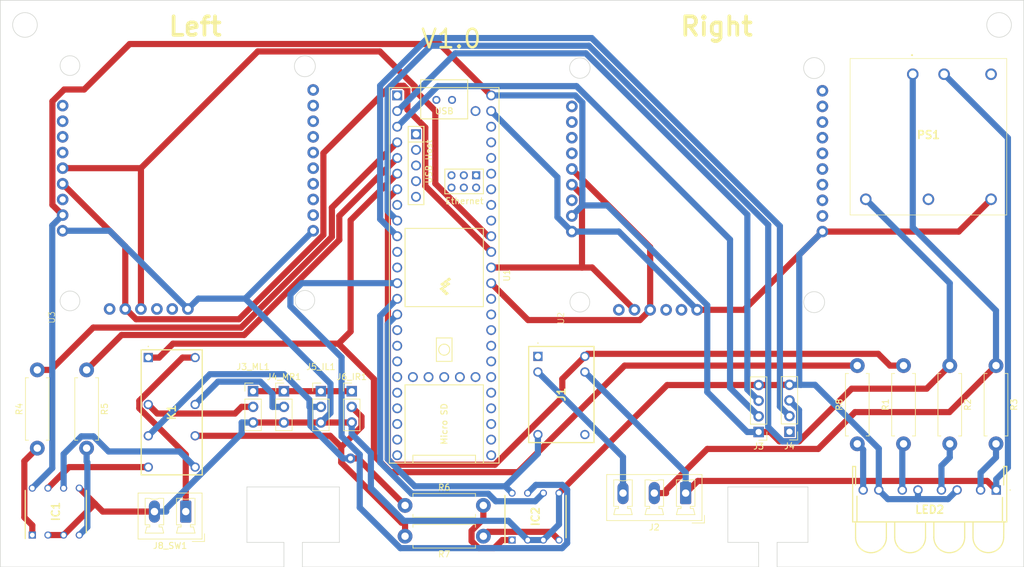
<source format=kicad_pcb>
(kicad_pcb (version 20221018) (generator pcbnew)
  (title_block (title "AGV Control Board") (date "2024-06-30") (rev "V1.0"))
  (layers (0 "F.Cu" signal) (31 "B.Cu" signal) (34 "B.Paste" user) (35 "F.Paste" user) (36 "B.SilkS" user "B.Silkscreen") (37 "F.SilkS" user "F.Silkscreen") (38 "B.Mask" user) (39 "F.Mask" user) (44 "Edge.Cuts" user))
  (net 0 "")
  (net 1 "Net-(IC1-VF1+)")
  (net 2 "COM")
  (net 3 "Net-(IC1-VF2+)")
  (net 4 "Net-(IC1-V02)")
  (net 5 "Net-(IC1-V01)")
  (net 6 "5VDC")
  (net 7 "Net-(IC2-VF1+)")
  (net 8 "Net-(IC2-VF2+)")
  (net 9 "Net-(IC2-V02)")
  (net 10 "Net-(IC2-V01)")
  (net 11 "3.3V")
  (net 13 "Net-(J1-COIL_1)")
  (net 15 "12COM")
  (net 16 "Net-(J1-NO)")
  (net 17 "12VDC")
  (net 18 "TX1")
  (net 19 "RX1")
  (net 20 "Net-(J3_ML1-Pin_1)")
  (net 21 "Net-(J3_ML1-Pin_2)")
  (net 23 "TX2")
  (net 24 "RX2")
  (net 25 "Net-(J4_MR1-Pin_2)")
  (net 26 "Net-(J5_IL1-Pin_2)")
  (net 27 "Net-(J6_IR1-Pin_2)")
  (net 28 "Net-(J8_SW1-Pin_1)")
  (net 29 "Net-(K1-COIL_1)")
  (net 30 "Net-(LED2-A_GREEN_1)")
  (net 31 "Net-(LED2-A_GREEN_2)")
  (net 32 "Net-(LED2-A_GREEN_3)")
  (net 33 "Net-(LED2-A_GREEN_4)")
  (net 36 "Net-(U1-2_OUT2)")
  (net 37 "Net-(U1-3_LRCLK2)")
  (net 51 "Net-(U1-17_A3_TX4_SDA1)")
  (net 52 "Net-(U1-16_A2_RX4_SCL1)")
  (net 53 "Net-(U1-15_A1_RX3_SPDIF_IN)")
  (net 54 "Net-(U1-14_A0_TX3_SPDIF_OUT)")
  (footprint "Connector_PinHeader_2.54mm:PinHeader_1x04_P2.54mm_Vertical" (layer "F.Cu") (at 153 108.08 180)
    (fp_text reference "J3")
    (fp_text value "Radio")
  )
  (footprint "SamacSys:5501307004F" (layer "F.Cu") (at 191.54 117.5)
    (fp_text reference "LED2")
    (fp_text value "550-1307-004F" hide)
  )
  (footprint "Resistor_THT:R_Axial_DIN0411_L9.9mm_D3.6mm_P12.70mm_Horizontal" (layer "F.Cu") (at 176.5 110 90)
    (fp_text reference "R1")
    (fp_text value "750")
  )
  (footprint "SamacSys:THL152411WI" (layer "F.Cu") (at 178 50)
    (fp_text reference "PS1")
    (fp_text value "THL_15-2411WI" hide)
  )
  (footprint "SamacSys:DIP762W56P254L966H508Q8N" (layer "F.Cu") (at 116.81 121.81 90)
    (fp_text reference "IC2")
    (fp_text value "HCPL2731M" hide)
  )
  (footprint "Connector_Phoenix_MC_HighVoltage:PhoenixContact_MCV_1,5_3-G-5.08_1x03_P5.08mm_Vertical" (layer "F.Cu") (at 141.16 118 180)
    (fp_text reference "J2")
    (fp_text value "PWR")
  )
  (footprint "Resistor_THT:R_Axial_DIN0411_L9.9mm_D3.6mm_P12.70mm_Horizontal" (layer "F.Cu") (at 108.35 125 180)
    (fp_text reference "R7")
    (fp_text value "174")
  )
  (footprint "Teensy:Teensy41" (layer "F.Cu") (at 102 82.65 -90)
    (fp_text reference "U1")
    (fp_text value "Teensy4.1")
  )
  (footprint "SamacSys:SR113V2002C" (layer "F.Cu") (at 54 96 -90)
    (fp_text reference "K1")
    (fp_text value "SR11-3V-200-2C" hide)
  )
  (footprint "Resistor_THT:R_Axial_DIN0411_L9.9mm_D3.6mm_P12.70mm_Horizontal" (layer "F.Cu") (at 36 110.7 90)
    (fp_text reference "R4")
    (fp_text value "90")
  )
  (footprint "Resistor_THT:R_Axial_DIN0411_L9.9mm_D3.6mm_P12.70mm_Horizontal" (layer "F.Cu") (at 44 98 -90)
    (fp_text reference "R5")
    (fp_text value "90")
  )
  (footprint "SamacSys:DIP762W56P254L966H508Q8N" (layer "F.Cu") (at 39 121 90)
    (fp_text reference "IC1")
    (fp_text value "HCPL2731M" hide)
  )
  (footprint "Connector_Phoenix_MC_HighVoltage:PhoenixContact_MCV_1,5_2-G-5.08_1x02_P5.08mm_Vertical" (layer "F.Cu") (at 60.08 121 180)
    (fp_text reference "J8_SW1")
    (fp_text value "Auto_SW")
  )
  (footprint "boards:Sparkfun GPS-RTK" (layer "F.Cu") (at 121.4342 89.6166 90)
    (fp_text reference "U2")
    (fp_text value "~")
  )
  (footprint "Connector_PinHeader_2.54mm:PinHeader_1x03_P2.54mm_Vertical" (layer "F.Cu") (at 71 101.46)
    (fp_text reference "J3_ML1")
    (fp_text value "Motor Left")
  )
  (footprint "Connector_PinHeader_2.54mm:PinHeader_1x03_P2.54mm_Vertical" (layer "F.Cu") (at 82 101.46)
    (fp_text reference "J5_IL1")
    (fp_text value "Input Left")
  )
  (footprint "Connector_PinHeader_2.54mm:PinHeader_1x03_P2.54mm_Vertical" (layer "F.Cu") (at 76 101.46)
    (fp_text reference "J4_MR1")
    (fp_text value "Motor Right")
  )
  (footprint "Connector_PinHeader_2.54mm:PinHeader_1x04_P2.54mm_Vertical" (layer "F.Cu") (at 158 108.04 180)
    (fp_text reference "J4")
    (fp_text value "IMU")
  )
  (footprint "Resistor_THT:R_Axial_DIN0411_L9.9mm_D3.6mm_P12.70mm_Horizontal" (layer "F.Cu") (at 191.5 97.3 -90)
    (fp_text reference "R3")
    (fp_text value "6.19K")
  )
  (footprint "Resistor_THT:R_Axial_DIN0411_L9.9mm_D3.6mm_P12.70mm_Horizontal" (layer "F.Cu") (at 184 97.3 -90)
    (fp_text reference "R2")
    (fp_text value "1.6K")
  )
  (footprint "Resistor_THT:R_Axial_DIN0411_L9.9mm_D3.6mm_P12.70mm_Horizontal" (layer "F.Cu") (at 95.65 120)
    (fp_text reference "R6")
    (fp_text value "174")
  )
  (footprint "SamacSys:SR512V2001C" (layer "F.Cu") (at 117.2 95.8 -90)
    (fp_text reference "J1")
    (fp_text value "SR5-12V-200-1C" hide)
  )
  (footprint "Resistor_THT:R_Axial_DIN0411_L9.9mm_D3.6mm_P12.70mm_Horizontal" (layer "F.Cu") (at 169 110 90)
    (fp_text reference "R8")
    (fp_text value "750")
  )
  (footprint "Connector_PinHeader_2.54mm:PinHeader_1x03_P2.54mm_Vertical" (layer "F.Cu") (at 87 101.46)
    (fp_text reference "J6_IR1")
    (fp_text value "Input Right")
  )
  (footprint "boards:Sparkfun GPS-RTK" (layer "F.Cu") (at 38.84 89.4816 90)
    (fp_text reference "U3")
    (fp_text value "~")
  )
  (gr_line (start 153 126) (end 153 130) (stroke (width 0.1)) (layer "Edge.Cuts"))
  (gr_circle (center 124 87) (end 123.9 85.4) (stroke (width 0.1)) (fill none) (layer "Edge.Cuts"))
  (gr_line (start 156 130) (end 156 126) (stroke (width 0.1)) (layer "Edge.Cuts"))
  (gr_circle (center 79.4 86.7) (end 79.4 85.1) (stroke (width 0.1)) (fill none) (layer "Edge.Cuts"))
  (gr_line (start 153 130) (end 79 130) (stroke (width 0.1)) (layer "Edge.Cuts"))
  (gr_line (start 148 126) (end 153 126) (stroke (width 0.1)) (layer "Edge.Cuts"))
  (gr_circle (center 41.3 86.8) (end 41.2 85.2) (stroke (width 0.1)) (fill none) (layer "Edge.Cuts"))
  (gr_line (start 196 130) (end 156 130) (stroke (width 0.1)) (layer "Edge.Cuts"))
  (gr_circle (center 124 49) (end 124.9 47.6) (stroke (width 0.1)) (fill none) (layer "Edge.Cuts"))
  (gr_line (start 79 126) (end 85 126) (stroke (width 0.1)) (layer "Edge.Cuts"))
  (gr_line (start 161 117) (end 148 117) (stroke (width 0.1)) (layer "Edge.Cuts"))
  (gr_line (start 85 126) (end 85 117) (stroke (width 0.1)) (layer "Edge.Cuts"))
  (gr_circle (center 79.4 48.7) (end 79.4 47) (stroke (width 0.1)) (fill none) (layer "Edge.Cuts"))
  (gr_line (start 30 38) (end 196 38) (stroke (width 0.1)) (layer "Edge.Cuts"))
  (gr_line (start 70 117) (end 70 126) (stroke (width 0.1)) (layer "Edge.Cuts"))
  (gr_line (start 70 126) (end 76 126) (stroke (width 0.1)) (layer "Edge.Cuts"))
  (gr_line (start 76 126) (end 76 130) (stroke (width 0.1)) (layer "Edge.Cuts"))
  (gr_circle (center 41.3 48.6) (end 41.3 47) (stroke (width 0.1)) (fill none) (layer "Edge.Cuts"))
  (gr_circle (center 192 42) (end 194 42) (stroke (width 0.1)) (fill none) (layer "Edge.Cuts"))
  (gr_line (start 156 126) (end 161 126) (stroke (width 0.1)) (layer "Edge.Cuts"))
  (gr_line (start 30 130) (end 30 38) (stroke (width 0.1)) (layer "Edge.Cuts"))
  (gr_line (start 79 130) (end 79 126) (stroke (width 0.1)) (layer "Edge.Cuts"))
  (gr_line (start 85 117) (end 70 117) (stroke (width 0.1)) (layer "Edge.Cuts"))
  (gr_line (start 196 38) (end 196 130) (stroke (width 0.1)) (layer "Edge.Cuts"))
  (gr_circle (center 34 42) (end 32 42) (stroke (width 0.1)) (fill none) (layer "Edge.Cuts"))
  (gr_line (start 76 130) (end 30 130) (stroke (width 0.1)) (layer "Edge.Cuts"))
  (gr_line (start 161 126) (end 161 117) (stroke (width 0.1)) (layer "Edge.Cuts"))
  (gr_line (start 148 117) (end 148 126) (stroke (width 0.1)) (layer "Edge.Cuts"))
  (gr_circle (center 162 49) (end 162 47.3) (stroke (width 0.1)) (fill none) (layer "Edge.Cuts"))
  (gr_circle (center 162 87) (end 162 85.3) (stroke (width 0.1)) (fill none) (layer "Edge.Cuts"))
  (gr_text "Right" (at 140 44) (layer "F.SilkS") (effects (font (size 3 3) (thickness 0.6) bold) (justify left bottom)))
  (gr_text "V1.0" (at 98 46) (layer "F.SilkS") (effects (font (size 3 3) (thickness 0.4) bold) (justify left bottom)))
  (gr_text "Left" (at 57 44) (layer "F.SilkS") (effects (font (size 3 3) (thickness 0.6) bold) (justify left bottom)))
  (segment (start 33.8992 121.9392) (end 33.8992 112.8008) (width 1) (layer "F.Cu") (net 1))
  (segment (start 33.8992 112.8008) (end 36 110.7) (width 1) (layer "F.Cu") (net 1))
  (segment (start 35.19 123.23) (end 33.8992 121.9392) (width 1) (layer "F.Cu") (net 1))
  (segment (start 35.19 124.81) (end 35.19 123.23) (width 1) (layer "F.Cu") (net 1))
  (segment (start 163.3442 75.545) (end 150.6442 88.245) (width 1) (layer "F.Cu") (net 2))
  (segment (start 40.27 124.81) (end 37.73 124.81) (width 1) (layer "F.Cu") (net 2))
  (segment (start 45.35 119.73) (end 40.27 124.81) (width 1) (layer "F.Cu") (net 2))
  (segment (start 120.62 118) (end 138.16 100.46) (width 1) (layer "F.Cu") (net 2))
  (segment (start 76 106.54) (end 71 106.54) (width 1) (layer "F.Cu") (net 2))
  (segment (start 185.455 75.545) (end 163.3442 75.545) (width 1) (layer "F.Cu") (net 2))
  (segment (start 150.6442 88.245) (end 143.0242 88.245) (width 1) (layer "F.Cu") (net 2))
  (segment (start 158 100.42) (end 156.15 100.42) (width 1) (layer "F.Cu") (net 2))
  (segment (start 190.7 70.3) (end 185.455 75.545) (width 1) (layer "F.Cu") (net 2))
  (segment (start 55 121) (end 46.62 121) (width 1) (layer "F.Cu") (net 2))
  (segment (start 45.35 119.73) (end 42.81 117.19) (width 1) (layer "F.Cu") (net 2))
  (segment (start 46.62 121) (end 45.35 119.73) (width 1) (layer "F.Cu") (net 2))
  (segment (start 87 106.54) (end 82 106.54) (width 1) (layer "F.Cu") (net 2))
  (segment (start 156.11 100.46) (end 156.15 100.42) (width 1) (layer "F.Cu") (net 2))
  (segment (start 153 100.46) (end 156.11 100.46) (width 1) (layer "F.Cu") (net 2))
  (segment (start 82 106.54) (end 76 106.54) (width 1) (layer "F.Cu") (net 2))
  (segment (start 138.16 100.46) (end 153 100.46) (width 1) (layer "F.Cu") (net 2))
  (segment (start 122.7042 75.545) (end 120.3652 73.206) (width 1) (layer "B.Cu") (net 2))
  (segment (start 55 121) (end 56.9 121) (width 1) (layer "B.Cu") (net 2))
  (segment (start 62.1141 86.4259) (end 60.43 88.11) (width 1) (layer "B.Cu") (net 2))
  (segment (start 83.5519 104.9881) (end 83.5519 100.2437) (width 1) (layer "B.Cu") (net 2))
  (segment (start 162.1357 100.42) (end 172.49 110.7743) (width 1) (layer "B.Cu") (net 2))
  (segment (start 120.3652 73.206) (end 120.3652 66.7252) (width 1) (layer "B.Cu") (net 2))
  (segment (start 95.4387 122.5) (end 90.1057 117.167) (width 1) (layer "B.Cu") (net 2))
  (segment (start 90.1057 117.167) (end 90.1057 111.4957) (width 1) (layer "B.Cu") (net 2))
  (segment (start 56.9 120.5437) (end 56.9 121) (width 1) (layer "B.Cu") (net 2))
  (segment (start 112.42 122.5) (end 95.4387 122.5) (width 1) (layer "B.Cu") (net 2))
  (segment (start 69.7341 86.4259) (end 80.75 75.41) (width 1) (layer "B.Cu") (net 2))
  (segment (start 83.5519 100.2437) (end 69.7341 86.4259) (width 1) (layer "B.Cu") (net 2))
  (segment (start 82 106.54) (end 83.5519 104.9881) (width 1) (layer "B.Cu") (net 2))
  (segment (start 159.5866 100.1566) (end 159.5866 79.3026) (width 1) (layer "B.Cu") (net 2))
  (segment (start 69.7341 86.4259) (end 62.1141 86.4259) (width 1) (layer "B.Cu") (net 2))
  (segment (start 69.15 108.2937) (end 56.9 120.5437) (width 1) (layer "B.Cu") (net 2))
  (segment (start 172.49 110.7743) (end 172.49 117.5) (width 1) (layer "B.Cu") (net 2))
  (segment (start 178.84 118.9838) (end 173.9738 118.9838) (width 1) (layer "B.Cu") (net 2))
  (segment (start 183.7062 118.9838) (end 178.84 118.9838) (width 1) (layer "B.Cu") (net 2))
  (segment (start 130.3242 75.545) (end 143.0242 88.245) (width 1) (layer "B.Cu") (net 2))
  (segment (start 159.85 100.42) (end 162.1357 100.42) (width 1) (layer "B.Cu") (net 2))
  (segment (start 120.3652 66.7252) (end 109.62 55.98) (width 1) (layer "B.Cu") (net 2))
  (segment (start 122.7042 75.545) (end 130.3242 75.545) (width 1) (layer "B.Cu") (net 2))
  (segment (start 158 100.42) (end 159.85 100.42) (width 1) (layer "B.Cu") (net 2))
  (segment (start 47.73 75.41) (end 40.11 75.41) (width 1) (layer "B.Cu") (net 2))
  (segment (start 60.43 88.11) (end 47.73 75.41) (width 1) (layer "B.Cu") (net 2))
  (segment (start 120.62 123.08) (end 118.08 125.62) (width 1) (layer "B.Cu") (net 2))
  (segment (start 71 106.54) (end 69.15 106.54) (width 1) (layer "B.Cu") (net 2))
  (segment (start 159.5866 79.3026) (end 163.3442 75.545) (width 1) (layer "B.Cu") (net 2))
  (segment (start 118.08 125.62) (end 115.54 125.62) (width 1) (layer "B.Cu") (net 2))
  (segment (start 178.84 118.9838) (end 178.84 117.5) (width 1) (layer "B.Cu") (net 2))
  (segment (start 115.54 125.62) (end 112.42 122.5) (width 1) (layer "B.Cu") (net 2))
  (segment (start 159.85 100.42) (end 159.5866 100.1566) (width 1) (layer "B.Cu") (net 2))
  (segment (start 69.15 106.54) (end 69.15 108.2937) (width 1) (layer "B.Cu") (net 2))
  (segment (start 90.1057 111.4957) (end 87 108.39) (width 1) (layer "B.Cu") (net 2))
  (segment (start 185.19 117.5) (end 183.7062 118.9838) (width 1) (layer "B.Cu") (net 2))
  (segment (start 87 106.54) (end 87 108.39) (width 1) (layer "B.Cu") (net 2))
  (segment (start 173.9738 118.9838) (end 172.49 117.5) (width 1) (layer "B.Cu") (net 2))
  (segment (start 120.62 118) (end 120.62 123.08) (width 1) (layer "B.Cu") (net 2))
  (segment (start 44.1207 123.4993) (end 44.1207 113.0207) (width 1) (layer "B.Cu") (net 3))
  (segment (start 42.81 124.81) (end 44.1207 123.4993) (width 1) (layer "B.Cu") (net 3))
  (segment (start 44.1207 113.0207) (end 44 112.9) (width 1) (layer "B.Cu") (net 3))
  (segment (start 44 110.7) (end 44 112.9) (width 1) (layer "B.Cu") (net 3))
  (segment (start 43.1443 108.7909) (end 45.111 108.7909) (width 1) (layer "B.Cu") (net 4))
  (segment (start 40.27 111.6652) (end 43.1443 108.7909) (width 1) (layer "B.Cu") (net 4))
  (segment (start 40.27 117.19) (end 40.27 111.6652) (width 1) (layer "B.Cu") (net 4))
  (segment (start 45.111 108.7909) (end 47.5601 111.24) (width 1) (layer "B.Cu") (net 4))
  (segment (start 47.5601 111.24) (end 59.06 111.24) (width 1) (layer "B.Cu") (net 4))
  (segment (start 59.06 111.24) (end 61.6 113.78) (width 1) (layer "B.Cu") (net 4))
  (segment (start 41.14 113.78) (end 37.73 117.19) (width 1) (layer "F.Cu") (net 5))
  (segment (start 54 113.78) (end 41.14 113.78) (width 1) (layer "F.Cu") (net 5))
  (segment (start 101.2765 45.0965) (end 109.62 53.44) (width 1) (layer "F.Cu") (net 6))
  (segment (start 38.4501 54.3984) (end 40.3681 52.4804) (width 1) (layer "F.Cu") (net 6))
  (segment (start 180.2548 101.0452) (end 184 97.3) (width 1) (layer "F.Cu") (net 6))
  (segment (start 156.3619 109.5919) (end 159.5489 109.5919) (width 1) (layer "F.Cu") (net 6))
  (segment (start 40.3681 52.4804) (end 43.6004 52.4804) (width 1) (layer "F.Cu") (net 6))
  (segment (start 43.6004 52.4804) (end 50.9843 45.0965) (width 1) (layer "F.Cu") (net 6))
  (segment (start 154.85 108.08) (end 156.3619 109.5919) (width 1) (layer "F.Cu") (net 6))
  (segment (start 153 108.08) (end 154.85 108.08) (width 1) (layer "F.Cu") (net 6))
  (segment (start 159.5489 109.5919) (end 168.0956 101.0452) (width 1) (layer "F.Cu") (net 6))
  (segment (start 38.4501 71.2101) (end 38.4501 54.3984) (width 1) (layer "F.Cu") (net 6))
  (segment (start 40.11 72.87) (end 38.4501 71.2101) (width 1) (layer "F.Cu") (net 6))
  (segment (start 168.0956 101.0452) (end 180.2548 101.0452) (width 1) (layer "F.Cu") (net 6))
  (segment (start 50.9843 45.0965) (end 101.2765 45.0965) (width 1) (layer "F.Cu") (net 6))
  (segment (start 38.4254 113.9546) (end 35.19 117.19) (width 1) (layer "B.Cu") (net 6))
  (segment (start 128.4637 71.3012) (end 144.6659 87.5034) (width 1) (layer "B.Cu") (net 6))
  (segment (start 40.11 72.87) (end 38.4254 74.5546) (width 1) (layer "B.Cu") (net 6))
  (segment (start 144.6659 87.5034) (end 144.6659 101.5959) (width 1) (layer "B.Cu") (net 6))
  (segment (start 184 97.3) (end 184 83.92) (width 1) (layer "B.Cu") (net 6))
  (segment (start 123.257 53.44) (end 124.408 54.591) (width 1) (layer "B.Cu") (net 6))
  (segment (start 124.408 54.591) (end 124.408 71.3012) (width 1) (layer "B.Cu") (net 6))
  (segment (start 109.62 53.44) (end 123.257 53.44) (width 1) (layer "B.Cu") (net 6))
  (segment (start 153 108.08) (end 151.15 108.08) (width 1) (layer "B.Cu") (net 6))
  (segment (start 144.6659 101.5959) (end 151.15 108.08) (width 1) (layer "B.Cu") (net 6))
  (segment (start 38.4254 74.5546) (end 38.4254 113.9546) (width 1) (layer "B.Cu") (net 6))
  (segment (start 184 83.92) (end 170.38 70.3) (width 1) (layer "B.Cu") (net 6))
  (segment (start 124.408 71.3012) (end 122.7042 73.005) (width 1) (layer "B.Cu") (net 6))
  (segment (start 124.408 71.3012) (end 128.4637 71.3012) (width 1) (layer "B.Cu") (net 6))
  (segment (start 106.4375 124.1125) (end 108.35 122.2) (width 1) (layer "F.Cu") (net 7))
  (segment (start 106.4375 125.7838) (end 106.4375 124.1125) (width 1) (layer "F.Cu") (net 7))
  (segment (start 111.42 125.62) (end 110.124 126.916) (width 1) (layer "F.Cu") (net 7))
  (segment (start 110.124 126.916) (end 107.5697 126.916) (width 1) (layer "F.Cu") (net 7))
  (segment (start 108.35 120) (end 108.35 122.2) (width 1) (layer "F.Cu") (net 7))
  (segment (start 113 125.62) (end 111.42 125.62) (width 1) (layer "F.Cu") (net 7))
  (segment (start 107.5697 126.916) (end 106.4375 125.7838) (width 1) (layer "F.Cu") (net 7))
  (segment (start 120.62 125.62) (end 119.2892 124.2892) (width 1) (layer "F.Cu") (net 8))
  (segment (start 109.0608 124.2892) (end 108.35 125) (width 1) (layer "F.Cu") (net 8))
  (segment (start 119.2892 124.2892) (end 109.0608 124.2892) (width 1) (layer "F.Cu") (net 8))
  (segment (start 110.3639 119.3242) (end 116.7558 119.3242) (width 1) (layer "B.Cu") (net 9))
  (segment (start 116.7558 119.3242) (end 118.08 118) (width 1) (layer "B.Cu") (net 9))
  (segment (start 96.7156 118.0981) (end 109.1378 118.0981) (width 1) (layer "B.Cu") (net 9))
  (segment (start 94.38 86.46) (end 91.619 89.221) (width 1) (layer "B.Cu") (net 9))
  (segment (start 109.1378 118.0981) (end 110.3639 119.3242) (width 1) (layer "B.Cu") (net 9))
  (segment (start 91.619 113.0015) (end 96.7156 118.0981) (width 1) (layer "B.Cu") (net 9))
  (segment (start 91.619 89.221) (end 91.619 113.0015) (width 1) (layer "B.Cu") (net 9))
  (segment (start 85.3539 95.96) (end 77.0525 87.6586) (width 1) (layer "B.Cu") (net 10))
  (segment (start 116.8701 116.6699) (end 121.1597 116.6699) (width 1) (layer "B.Cu") (net 10))
  (segment (start 77.0525 85.7697) (end 78.9022 83.92) (width 1) (layer "B.Cu") (net 10))
  (segment (start 121.9414 117.4516) (end 121.9414 126.1115) (width 1) (layer "B.Cu") (net 10))
  (segment (start 85.3539 108.7997) (end 85.3539 95.96) (width 1) (layer "B.Cu") (net 10))
  (segment (start 88.299 111.7448) (end 85.3539 108.7997) (width 1) (layer "B.Cu") (net 10))
  (segment (start 121.116 126.9369) (end 94.8859 126.9369) (width 1) (layer "B.Cu") (net 10))
  (segment (start 94.8859 126.9369) (end 88.299 120.35) (width 1) (layer "B.Cu") (net 10))
  (segment (start 115.54 118) (end 116.8701 116.6699) (width 1) (layer "B.Cu") (net 10))
  (segment (start 121.1597 116.6699) (end 121.9414 117.4516) (width 1) (layer "B.Cu") (net 10))
  (segment (start 78.9022 83.92) (end 94.38 83.92) (width 1) (layer "B.Cu") (net 10))
  (segment (start 77.0525 87.6586) (end 77.0525 85.7697) (width 1) (layer "B.Cu") (net 10))
  (segment (start 88.299 120.35) (end 88.299 111.7448) (width 1) (layer "B.Cu") (net 10))
  (segment (start 121.9414 126.1115) (end 121.116 126.9369) (width 1) (layer "B.Cu") (net 10))
  (segment (start 117.2 111.5924) (end 111.8962 116.8962) (width 1) (layer "B.Cu") (net 11))
  (segment (start 92.8392 112.4902) (end 92.8392 90.5408) (width 1) (layer "B.Cu") (net 11))
  (segment (start 117.2 108.5) (end 117.2 111.5924) (width 1) (layer "B.Cu") (net 11))
  (segment (start 92.8392 90.5408) (end 94.38 89) (width 1) (layer "B.Cu") (net 11))
  (segment (start 111.8962 116.8962) (end 97.2452 116.8962) (width 1) (layer "B.Cu") (net 11))
  (segment (start 97.2452 116.8962) (end 92.8392 112.4902) (width 1) (layer "B.Cu") (net 11))
  (segment (start 113 118) (end 111.8962 116.8962) (width 1) (layer "B.Cu") (net 11))
  (segment (start 117.2 98.34) (end 131 112.14) (width 1) (layer "B.Cu") (net 13))
  (segment (start 131 112.14) (end 131 118) (width 1) (layer "B.Cu") (net 13))
  (segment (start 190.0702 116.0302) (end 143.1298 116.0302) (width 1) (layer "F.Cu") (net 15))
  (segment (start 191.54 117.5) (end 190.0702 116.0302) (width 1) (layer "F.Cu") (net 15))
  (segment (start 143.1298 116.0302) (end 141.16 118) (width 1) (layer "F.Cu") (net 15))
  (segment (start 141.16 114.68) (end 141.16 118) (width 1) (layer "B.Cu") (net 15))
  (segment (start 191.54 115.738) (end 193.4348 113.8432) (width 1) (layer "B.Cu") (net 15))
  (segment (start 191.54 117.5) (end 191.54 115.738) (width 1) (layer "B.Cu") (net 15))
  (segment (start 124.82 98.34) (end 141.16 114.68) (width 1) (layer "B.Cu") (net 15))
  (segment (start 193.4348 113.8432) (end 193.4348 60.3548) (width 1) (layer "B.Cu") (net 15))
  (segment (start 193.4348 60.3548) (end 183.08 50) (width 1) (layer "B.Cu") (net 15))
  (segment (start 176.5 97.3) (end 174.3 97.3) (width 1) (layer "F.Cu") (net 16))
  (segment (start 121.154 99.466) (end 124.82 95.8) (width 1) (layer "F.Cu") (net 16))
  (segment (start 125.2286 95.3914) (end 172.3914 95.3914) (width 1) (layer "F.Cu") (net 16))
  (segment (start 93.7778 113.3978) (end 110.2201 113.3978) (width 1) (layer "F.Cu") (net 16))
  (segment (start 92.8672 70.1928) (end 92.8672 112.4872) (width 1) (layer "F.Cu") (net 16))
  (segment (start 124.82 95.8) (end 125.2286 95.3914) (width 1) (layer "F.Cu") (net 16))
  (segment (start 92.8672 112.4872) (end 93.7778 113.3978) (width 1) (layer "F.Cu") (net 16))
  (segment (start 94.38 68.68) (end 92.8672 70.1928) (width 1) (layer "F.Cu") (net 16))
  (segment (start 110.2201 113.3978) (end 121.154 102.4639) (width 1) (layer "F.Cu") (net 16))
  (segment (start 172.3914 95.3914) (end 174.3 97.3) (width 1) (layer "F.Cu") (net 16))
  (segment (start 121.154 102.4639) (end 121.154 99.466) (width 1) (layer "F.Cu") (net 16))
  (segment (start 137.98 117.525) (end 144.6712 110.8338) (width 1) (layer "F.Cu") (net 17))
  (segment (start 136.08 118) (end 137.98 118) (width 1) (layer "F.Cu") (net 17))
  (segment (start 137.98 118) (end 137.98 117.525) (width 1) (layer "F.Cu") (net 17))
  (segment (start 162.6557 110.8338) (end 168.6376 104.8519) (width 1) (layer "F.Cu") (net 17))
  (segment (start 168.6376 104.8519) (end 183.9481 104.8519) (width 1) (layer "F.Cu") (net 17))
  (segment (start 144.6712 110.8338) (end 162.6557 110.8338) (width 1) (layer "F.Cu") (net 17))
  (segment (start 183.9481 104.8519) (end 191.5 97.3) (width 1) (layer "F.Cu") (net 17))
  (segment (start 178 74.8747) (end 191.5 88.3747) (width 1) (layer "B.Cu") (net 17))
  (segment (start 178 50) (end 178 74.8747) (width 1) (layer "B.Cu") (net 17))
  (segment (start 191.5 88.3747) (end 191.5 97.3) (width 1) (layer "B.Cu") (net 17))
  (segment (start 100.966 51.934) (end 123.4538 51.934) (width 1) (layer "B.Cu") (net 18))
  (segment (start 94.38 58.52) (end 100.966 51.934) (width 1) (layer "B.Cu") (net 18))
  (segment (start 148.3583 76.8385) (end 148.3583 100.8983) (width 1) (layer "B.Cu") (net 18))
  (segment (start 123.4538 51.934) (end 148.3583 76.8385) (width 1) (layer "B.Cu") (net 18))
  (segment (start 148.3583 100.8983) (end 153 105.54) (width 1) (layer "B.Cu") (net 18))
  (segment (start 103.8045 46.6081) (end 124.9774 46.6081) (width 1) (layer "B.Cu") (net 19))
  (segment (start 124.9774 46.6081) (end 151.1681 72.7988) (width 1) (layer "B.Cu") (net 19))
  (segment (start 94.4326 55.98) (end 103.8045 46.6081) (width 1) (layer "B.Cu") (net 19))
  (segment (start 151.1681 72.7988) (end 151.1681 101.1681) (width 1) (layer "B.Cu") (net 19))
  (segment (start 151.1681 101.1681) (end 153 103) (width 1) (layer "B.Cu") (net 19))
  (segment (start 94.38 55.98) (end 94.4326 55.98) (width 1) (layer "B.Cu") (net 19))
  (segment (start 82 101.46) (end 76 101.46) (width 1) (layer "F.Cu") (net 20))
  (segment (start 87 101.46) (end 82 101.46) (width 1) (layer "F.Cu") (net 20))
  (segment (start 76 101.46) (end 71 101.46) (width 1) (layer "F.Cu") (net 20))
  (segment (start 71 104) (end 69.15 104) (width 1) (layer "F.Cu") (net 21))
  (segment (start 69.15 104) (end 68.07 105.08) (width 1) (layer "F.Cu") (net 21))
  (segment (start 68.07 105.08) (end 55.46 105.08) (width 1) (layer "F.Cu") (net 21))
  (segment (start 55.46 105.08) (end 54 103.62) (width 1) (layer "F.Cu") (net 21))
  (segment (start 91.6072 73.5272) (end 94.38 76.3) (width 1) (layer "B.Cu") (net 23))
  (segment (start 99.3398 44.1294) (end 91.6072 51.862) (width 1) (layer "B.Cu") (net 23))
  (segment (start 125.9236 44.1294) (end 99.3398 44.1294) (width 1) (layer "B.Cu") (net 23))
  (segment (start 91.6072 51.862) (end 91.6072 73.5272) (width 1) (layer "B.Cu") (net 23))
  (segment (start 156.4481 103.9481) (end 156.4481 74.6539) (width 1) (layer "B.Cu") (net 23))
  (segment (start 158 105.5) (end 156.4481 103.9481) (width 1) (layer "B.Cu") (net 23))
  (segment (start 156.4481 74.6539) (end 125.9236 44.1294) (width 1) (layer "B.Cu") (net 23))
  (segment (start 159.1818 109.5919) (end 159.5545 109.2192) (width 1) (layer "B.Cu") (net 24))
  (segment (start 159.5545 104.5145) (end 158 102.96) (width 1) (layer "B.Cu") (net 24))
  (segment (start 94.38 73.76) (end 92.8147 72.1947) (width 1) (layer "B.Cu") (net 24))
  (segment (start 154.5519 74.4593) (end 154.5519 107.2845) (width 1) (layer "B.Cu") (net 24))
  (segment (start 154.5519 107.2845) (end 156.8593 109.5919) (width 1) (layer "B.Cu") (net 24))
  (segment (start 99.8448 45.3753) (end 125.4679 45.3753) (width 1) (layer "B.Cu") (net 24))
  (segment (start 156.8593 109.5919) (end 159.1818 109.5919) (width 1) (layer "B.Cu") (net 24))
  (segment (start 159.5545 109.2192) (end 159.5545 104.5145) (width 1) (layer "B.Cu") (net 24))
  (segment (start 92.8147 72.1947) (end 92.8147 52.4054) (width 1) (layer "B.Cu") (net 24))
  (segment (start 125.4679 45.3753) (end 154.5519 74.4593) (width 1) (layer "B.Cu") (net 24))
  (segment (start 92.8147 52.4054) (end 99.8448 45.3753) (width 1) (layer "B.Cu") (net 24))
  (segment (start 74.15 101.8818) (end 72.1763 99.9081) (width 1) (layer "B.Cu") (net 25))
  (segment (start 74.15 104) (end 74.15 101.8818) (width 1) (layer "B.Cu") (net 25))
  (segment (start 65.3119 99.9081) (end 61.6 103.62) (width 1) (layer "B.Cu") (net 25))
  (segment (start 76 104) (end 74.15 104) (width 1) (layer "B.Cu") (net 25))
  (segment (start 72.1763 99.9081) (end 65.3119 99.9081) (width 1) (layer "B.Cu") (net 25))
  (segment (start 88.0169 112.3669) (end 95.65 120) (width 1) (layer "F.Cu") (net 26))
  (segment (start 86.7971 112.3669) (end 88.0169 112.3669) (width 1) (layer "F.Cu") (net 26))
  (via (at 86.7971 112.3669) (size 1.6) (drill 0.8) (layers "F.Cu" "B.Cu") (net 26))
  (segment (start 80.2998 107.0584) (end 85.6083 112.3669) (width 1) (layer "B.Cu") (net 26))
  (segment (start 80.2998 104) (end 80.15 104) (width 1) (layer "B.Cu") (net 26))
  (segment (start 85.6083 112.3669) (end 86.7971 112.3669) (width 1) (layer "B.Cu") (net 26))
  (segment (start 80.4496 104) (end 80.2998 104) (width 1) (layer "B.Cu") (net 26))
  (segment (start 80.15 104) (end 80.15 102.8613) (width 1) (layer "B.Cu") (net 26))
  (segment (start 80.2998 104) (end 80.2998 107.0584) (width 1) (layer "B.Cu") (net 26))
  (segment (start 75.9885 98.6998) (end 64.0002 98.6998) (width 1) (layer "B.Cu") (net 26))
  (segment (start 82 104) (end 80.6 104) (width 1) (layer "B.Cu") (net 26))
  (segment (start 80.15 102.8613) (end 75.9885 98.6998) (width 1) (layer "B.Cu") (net 26))
  (segment (start 80.6 104) (end 80.4496 104) (width 1) (layer "B.Cu") (net 26))
  (segment (start 64.0002 98.6998) (end 54 108.7) (width 1) (layer "B.Cu") (net 26))
  (segment (start 61.6 108.7) (end 83.4888 108.7) (width 1) (layer "F.Cu") (net 27))
  (segment (start 88.5854 105.5854) (end 88.5854 107.2162) (width 1) (layer "F.Cu") (net 27))
  (segment (start 85.2952 110.5064) (end 85.2952 113.0327) (width 1) (layer "F.Cu") (net 27))
  (segment (start 95.0625 122.8) (end 95.65 122.8) (width 1) (layer "F.Cu") (net 27))
  (segment (start 83.4888 108.7) (end 85.2952 110.5064) (width 1) (layer "F.Cu") (net 27))
  (segment (start 88.5854 107.2162) (end 85.2952 110.5064) (width 1) (layer "F.Cu") (net 27))
  (segment (start 95.65 125) (end 95.65 122.8) (width 1) (layer "F.Cu") (net 27))
  (segment (start 87 104) (end 88.5854 105.5854) (width 1) (layer "F.Cu") (net 27))
  (segment (start 85.2952 113.0327) (end 95.0625 122.8) (width 1) (layer "F.Cu") (net 27))
  (segment (start 59.561 96) (end 61.6 96) (width 1) (layer "F.Cu") (net 28))
  (segment (start 52.5457 104.2191) (end 52.5457 103.0153) (width 1) (layer "F.Cu") (net 28))
  (segment (start 60.08 121) (end 60.08 111.7534) (width 1) (layer "F.Cu") (net 28))
  (segment (start 52.5457 103.0153) (end 59.561 96) (width 1) (layer "F.Cu") (net 28))
  (segment (start 60.08 111.7534) (end 52.5457 104.2191) (width 1) (layer "F.Cu") (net 28))
  (segment (start 131.2595 97.3) (end 169 97.3) (width 1) (layer "F.Cu") (net 29))
  (segment (start 84.8551 93.7368) (end 58.0132 93.7368) (width 1) (layer "F.Cu") (net 29))
  (segment (start 90.5974 99.4791) (end 90.5974 111.9171) (width 1) (layer "F.Cu") (net 29))
  (segment (start 86.8205 91.7714) (end 84.8551 93.7368) (width 1) (layer "F.Cu") (net 29))
  (segment (start 54 96) (end 55.75 96) (width 1) (layer "F.Cu") (net 29))
  (segment (start 84.8551 93.7368) (end 90.5974 99.4791) (width 1) (layer "F.Cu") (net 29))
  (segment (start 113.9598 114.5997) (end 131.2595 97.3) (width 1) (layer "F.Cu") (net 29))
  (segment (start 86.8205 73.6995) (end 86.8205 91.7714) (width 1) (layer "F.Cu") (net 29))
  (segment (start 58.0132 93.7368) (end 55.75 96) (width 1) (layer "F.Cu") (net 29))
  (segment (start 94.38 66.14) (end 86.8205 73.6995) (width 1) (layer "F.Cu") (net 29))
  (segment (start 93.28 114.5997) (end 113.9598 114.5997) (width 1) (layer "F.Cu") (net 29))
  (segment (start 90.5974 111.9171) (end 93.28 114.5997) (width 1) (layer "F.Cu") (net 29))
  (segment (start 189 114.7) (end 189 117.5) (width 1) (layer "B.Cu") (net 30))
  (segment (start 191.5 110) (end 191.5 112.2) (width 1) (layer "B.Cu") (net 30))
  (segment (start 191.5 112.2) (end 189 114.7) (width 1) (layer "B.Cu") (net 30))
  (segment (start 184 112.2) (end 182.65 113.55) (width 1) (layer "B.Cu") (net 31))
  (segment (start 184 110) (end 184 112.2) (width 1) (layer "B.Cu") (net 31))
  (segment (start 182.65 113.55) (end 182.65 117.5) (width 1) (layer "B.Cu") (net 31))
  (segment (start 176.5 110) (end 176.3 110.2) (width 1) (layer "B.Cu") (net 32))
  (segment (start 176.3 110.2) (end 176.3 117.5) (width 1) (layer "B.Cu") (net 32))
  (segment (start 169 110) (end 169.95 110.95) (width 1) (layer "B.Cu") (net 33))
  (segment (start 169.95 110.95) (end 169.95 117.5) (width 1) (layer "B.Cu") (net 33))
  (segment (start 45.0728 91.1272) (end 69.0542 91.1272) (width 1) (layer "F.Cu") (net 36))
  (segment (start 69.0542 91.1272) (end 83.7815 76.3999) (width 1) (layer "F.Cu") (net 36))
  (segment (start 38.2 98) (end 45.0728 91.1272) (width 1) (layer "F.Cu") (net 36))
  (segment (start 83.7815 71.6585) (end 94.38 61.06) (width 1) (layer "F.Cu") (net 36))
  (segment (start 83.7815 76.3999) (end 83.7815 71.6585) (width 1) (layer "F.Cu") (net 36))
  (segment (start 36 98) (end 38.2 98) (width 1) (layer "F.Cu") (net 36))
  (segment (start 44 98) (end 49.6709 92.3291) (width 1) (layer "F.Cu") (net 37))
  (segment (start 84.9834 72.9966) (end 94.38 63.6) (width 1) (layer "F.Cu") (net 37))
  (segment (start 84.9834 76.8977) (end 84.9834 72.9966) (width 1) (layer "F.Cu") (net 37))
  (segment (start 49.6709 92.3291) (end 69.552 92.3291) (width 1) (layer "F.Cu") (net 37))
  (segment (start 69.552 92.3291) (end 84.9834 76.8977) (width 1) (layer "F.Cu") (net 37))
  (segment (start 100.5577 55.9449) (end 100.5577 67.7455) (width 1) (layer "F.Cu") (net 51))
  (segment (start 91.5542 46.2984) (end 97.2295 51.9737) (width 1) (layer "F.Cu") (net 51))
  (segment (start 71.7616 46.2984) (end 91.5542 46.2984) (width 1) (layer "F.Cu") (net 51))
  (segment (start 97.2295 52.6167) (end 100.5577 55.9449) (width 1) (layer "F.Cu") (net 51))
  (segment (start 52.81 65.25) (end 71.7616 46.2984) (width 1) (layer "F.Cu") (net 51))
  (segment (start 100.5577 67.7455) (end 109.1122 76.3) (width 1) (layer "F.Cu") (net 51))
  (segment (start 97.2295 51.9737) (end 97.2295 52.6167) (width 1) (layer "F.Cu") (net 51))
  (segment (start 109.1122 76.3) (end 109.62 76.3) (width 1) (layer "F.Cu") (net 51))
  (segment (start 52.81 65.25) (end 52.81 88.11) (width 1) (layer "F.Cu") (net 51))
  (segment (start 40.11 65.25) (end 52.81 65.25) (width 1) (layer "F.Cu") (net 51))
  (segment (start 50.27 87.8896) (end 50.27 88.017) (width 1) (layer "F.Cu") (net 52))
  (segment (start 98.9328 68.1528) (end 109.62 78.84) (width 1) (layer "F.Cu") (net 52))
  (segment (start 50.27 88.017) (end 52.0283 89.7753) (width 1) (layer "F.Cu") (net 52))
  (segment (start 96.0276 55.7434) (end 98.9328 58.6486) (width 1) (layer "F.Cu") (net 52))
  (segment (start 50.27 77.95) (end 50.27 87.8896) (width 1) (layer "F.Cu") (net 52))
  (segment (start 82.4039 62.8084) (end 93.3297 51.8826) (width 1) (layer "F.Cu") (net 52))
  (segment (start 93.3297 51.8826) (end 95.4319 51.8826) (width 1) (layer "F.Cu") (net 52))
  (segment (start 82.4039 76.0778) (end 82.4039 62.8084) (width 1) (layer "F.Cu") (net 52))
  (segment (start 50.27 87.8896) (end 50.27 88.11) (width 1) (layer "F.Cu") (net 52))
  (segment (start 95.4319 51.8826) (end 96.0276 52.4783) (width 1) (layer "F.Cu") (net 52))
  (segment (start 68.7064 89.7753) (end 82.4039 76.0778) (width 1) (layer "F.Cu") (net 52))
  (segment (start 98.9328 58.6486) (end 98.9328 68.1528) (width 1) (layer "F.Cu") (net 52))
  (segment (start 52.0283 89.7753) (end 68.7064 89.7753) (width 1) (layer "F.Cu") (net 52))
  (segment (start 40.11 67.79) (end 50.27 77.95) (width 1) (layer "F.Cu") (net 52))
  (segment (start 96.0276 52.4783) (end 96.0276 55.7434) (width 1) (layer "F.Cu") (net 52))
  (segment (start 125.9992 81.38) (end 124.3501 81.38) (width 1) (layer "F.Cu") (net 53))
  (segment (start 124.3501 69.5709) (end 124.3501 81.38) (width 1) (layer "F.Cu") (net 53))
  (segment (start 122.7042 67.925) (end 124.3501 69.5709) (width 1) (layer "F.Cu") (net 53))
  (segment (start 132.8642 88.245) (end 125.9992 81.38) (width 1) (layer "F.Cu") (net 53))
  (segment (start 124.3501 81.38) (end 109.62 81.38) (width 1) (layer "F.Cu") (net 53))
  (segment (start 115.6084 89.9084) (end 109.62 83.92) (width 1) (layer "F.Cu") (net 54))
  (segment (start 135.4042 88.245) (end 133.7408 89.9084) (width 1) (layer "F.Cu") (net 54))
  (segment (start 133.7408 89.9084) (end 115.6084 89.9084) (width 1) (layer "F.Cu") (net 54))
  (segment (start 135.4042 88.245) (end 135.4042 78.085) (width 1) (layer "F.Cu") (net 54))
  (segment (start 135.4042 78.085) (end 122.7042 65.385) (width 1) (layer "F.Cu") (net 54))
)
</source>
